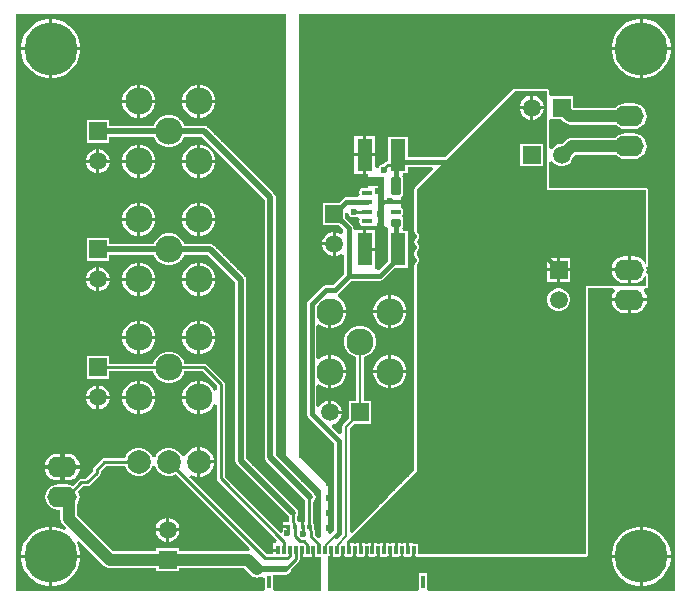
<source format=gtl>
G04*
G04 #@! TF.GenerationSoftware,Altium Limited,Altium Designer,25.0.2 (28)*
G04*
G04 Layer_Physical_Order=1*
G04 Layer_Color=255*
%FSLAX44Y44*%
%MOMM*%
G71*
G04*
G04 #@! TF.SameCoordinates,03372A04-C462-4CF8-ACA0-C5B6D0AAF50A*
G04*
G04*
G04 #@! TF.FilePolarity,Positive*
G04*
G01*
G75*
%ADD11C,0.2500*%
%ADD13C,0.2000*%
%ADD15R,0.3000X0.7000*%
%ADD16R,0.3000X1.0000*%
%ADD17R,0.3500X0.3500*%
%ADD18R,1.3000X2.7000*%
%ADD19C,4.5000*%
%ADD20O,2.5000X1.7500*%
%ADD21R,1.5200X1.5200*%
%ADD22C,1.5200*%
%ADD23C,2.3000*%
%ADD24R,1.5200X1.5200*%
%ADD25C,2.0000*%
%ADD26C,0.6497*%
G04:AMPARAMS|DCode=27|XSize=0.85mm|YSize=0.4mm|CornerRadius=0.1mm|HoleSize=0mm|Usage=FLASHONLY|Rotation=180.000|XOffset=0mm|YOffset=0mm|HoleType=Round|Shape=RoundedRectangle|*
%AMROUNDEDRECTD27*
21,1,0.8500,0.2000,0,0,180.0*
21,1,0.6500,0.4000,0,0,180.0*
1,1,0.2000,-0.3250,0.1000*
1,1,0.2000,0.3250,0.1000*
1,1,0.2000,0.3250,-0.1000*
1,1,0.2000,-0.3250,-0.1000*
%
%ADD27ROUNDEDRECTD27*%
G04:AMPARAMS|DCode=28|XSize=0.85mm|YSize=1.5mm|CornerRadius=0.102mm|HoleSize=0mm|Usage=FLASHONLY|Rotation=180.000|XOffset=0mm|YOffset=0mm|HoleType=Round|Shape=RoundedRectangle|*
%AMROUNDEDRECTD28*
21,1,0.8500,1.2960,0,0,180.0*
21,1,0.6460,1.5000,0,0,180.0*
1,1,0.2040,-0.3230,0.6480*
1,1,0.2040,0.3230,0.6480*
1,1,0.2040,0.3230,-0.6480*
1,1,0.2040,-0.3230,-0.6480*
%
%ADD28ROUNDEDRECTD28*%
G04:AMPARAMS|DCode=29|XSize=0.85mm|YSize=0.7mm|CornerRadius=0.1015mm|HoleSize=0mm|Usage=FLASHONLY|Rotation=180.000|XOffset=0mm|YOffset=0mm|HoleType=Round|Shape=RoundedRectangle|*
%AMROUNDEDRECTD29*
21,1,0.8500,0.4970,0,0,180.0*
21,1,0.6470,0.7000,0,0,180.0*
1,1,0.2030,-0.3235,0.2485*
1,1,0.2030,0.3235,0.2485*
1,1,0.2030,0.3235,-0.2485*
1,1,0.2030,-0.3235,-0.2485*
%
%ADD29ROUNDEDRECTD29*%
%ADD30C,0.4000*%
%ADD31C,1.0000*%
%ADD32C,0.5000*%
%ADD33C,0.6000*%
G36*
X558918Y1082D02*
X351123D01*
X348900Y1750D01*
X348900Y3582D01*
Y15750D01*
X341900D01*
Y3582D01*
X341900Y1750D01*
X339677Y1082D01*
X265000D01*
Y29250D01*
X266250D01*
Y35250D01*
X268750D01*
Y29250D01*
X271500D01*
Y29250D01*
X273500D01*
Y29250D01*
X276250D01*
Y35250D01*
X278750D01*
Y29250D01*
X281500D01*
Y29250D01*
X283500D01*
Y29250D01*
X286250D01*
Y35250D01*
X288750D01*
Y29250D01*
X291500D01*
Y29250D01*
X293500D01*
Y29250D01*
X296250D01*
Y35250D01*
X298750D01*
Y29250D01*
X301500D01*
Y29250D01*
X303500D01*
Y29250D01*
X306250D01*
Y35250D01*
X308750D01*
Y29250D01*
X311500D01*
Y29250D01*
X313500D01*
Y29250D01*
X316250D01*
Y35250D01*
X318750D01*
Y29250D01*
X321500D01*
Y29250D01*
X323500D01*
Y29250D01*
X326250D01*
Y35250D01*
X328750D01*
Y29250D01*
X331500D01*
Y29250D01*
X333500D01*
Y29250D01*
X336250D01*
Y35250D01*
X338750D01*
Y29250D01*
X341500D01*
Y29711D01*
X483000D01*
X483780Y29866D01*
X484442Y30308D01*
X484884Y30970D01*
X485039Y31750D01*
Y256961D01*
X506443D01*
X507564Y254461D01*
X506423Y252973D01*
X505289Y250237D01*
X505067Y248550D01*
X520000D01*
X534933D01*
X534710Y250237D01*
X533577Y252973D01*
X532436Y254461D01*
X533557Y256961D01*
X534000D01*
X534780Y257116D01*
X535442Y257558D01*
X535884Y258220D01*
X536039Y259000D01*
Y267961D01*
X535884Y268741D01*
X535884Y268741D01*
X535866Y268785D01*
X535424Y269446D01*
X534762Y269888D01*
X534236Y269993D01*
X534593Y272700D01*
X534242Y275361D01*
X534780Y275468D01*
X535442Y275910D01*
X535884Y276572D01*
X536039Y277352D01*
X536039Y339935D01*
X536039Y339936D01*
X536039Y339936D01*
X535884Y340716D01*
X535884Y340716D01*
Y340716D01*
X535717Y340966D01*
X535442Y341377D01*
X535442Y341378D01*
X535442Y341378D01*
X534781Y341820D01*
X534780Y341820D01*
X534780Y341820D01*
X534625Y341884D01*
X534625Y341884D01*
X534625D01*
X534625Y341884D01*
X534614Y341886D01*
X534571Y341895D01*
X534155Y341977D01*
X533845Y342039D01*
X533845Y342039D01*
X533845Y342039D01*
X452039D01*
Y364265D01*
X454539Y364935D01*
X455018Y364105D01*
X456805Y362318D01*
X458994Y361054D01*
X461436Y360400D01*
X463964D01*
X466405Y361054D01*
X468595Y362318D01*
X470382Y364105D01*
X471646Y366295D01*
X472198Y368355D01*
X474082Y370240D01*
X508118D01*
X508583Y369633D01*
X510829Y367910D01*
X513444Y366827D01*
X516250Y366457D01*
X523750D01*
X526556Y366827D01*
X529171Y367910D01*
X531417Y369633D01*
X533140Y371879D01*
X534223Y374494D01*
X534593Y377300D01*
X534223Y380106D01*
X533140Y382721D01*
X531417Y384967D01*
X529171Y386690D01*
X526556Y387773D01*
X523750Y388143D01*
X516250D01*
X513444Y387773D01*
X510829Y386690D01*
X508583Y384967D01*
X508118Y384360D01*
X471158D01*
X469330Y384120D01*
X467628Y383414D01*
X466165Y382292D01*
X463473Y379600D01*
X461436D01*
X458994Y378946D01*
X456805Y377682D01*
X455018Y375895D01*
X454539Y375065D01*
X452039Y375735D01*
Y398339D01*
X453100Y400400D01*
X454539Y400400D01*
X462315D01*
X465008Y397707D01*
X466470Y396586D01*
X468173Y395880D01*
X470000Y395640D01*
X508118D01*
X508583Y395033D01*
X510829Y393310D01*
X513444Y392227D01*
X516250Y391857D01*
X523750D01*
X526556Y392227D01*
X529171Y393310D01*
X531417Y395033D01*
X533140Y397279D01*
X534223Y399894D01*
X534593Y402700D01*
X534223Y405506D01*
X533140Y408121D01*
X531417Y410367D01*
X529171Y412090D01*
X526556Y413173D01*
X523750Y413543D01*
X516250D01*
X513444Y413173D01*
X510829Y412090D01*
X508583Y410367D01*
X508118Y409760D01*
X472924D01*
X472300Y410385D01*
Y419600D01*
X454539D01*
X453100Y419600D01*
X452039Y421660D01*
Y424000D01*
X451884Y424780D01*
X451442Y425442D01*
X450780Y425884D01*
X450000Y426039D01*
X423000D01*
X423000Y426039D01*
X422220Y425884D01*
X421558Y425442D01*
X421558Y425442D01*
X364194Y368078D01*
X332500D01*
Y385500D01*
X315500D01*
Y364528D01*
X315215D01*
X313946Y364276D01*
X312871Y363558D01*
X311314Y362000D01*
X311005D01*
X309168Y361239D01*
X307761Y359832D01*
X307500Y359202D01*
X305000Y359699D01*
Y368750D01*
X297250D01*
Y354000D01*
X299000D01*
Y351000D01*
X311500Y351000D01*
X311500Y351000D01*
X311699D01*
X312066Y350848D01*
X312348Y350566D01*
X312500Y350199D01*
Y350000D01*
X312500Y333000D01*
X312519Y332805D01*
X312668Y332444D01*
X312945Y332169D01*
X313305Y332019D01*
X313500Y332000D01*
X325500D01*
Y332000D01*
X325699D01*
X326067Y331848D01*
X326348Y331566D01*
X326500Y331199D01*
Y331000D01*
Y329000D01*
Y328801D01*
X326348Y328434D01*
X326067Y328152D01*
X325699Y328000D01*
X313500D01*
Y328000D01*
X313305Y327981D01*
X312944Y327831D01*
X312668Y327556D01*
X312519Y327195D01*
X312500Y327000D01*
Y310000D01*
X312942D01*
Y309451D01*
X312950Y309431D01*
Y309410D01*
X313026Y309226D01*
X313041Y309211D01*
X313050Y309191D01*
X313190Y309050D01*
X313210Y309042D01*
X313225Y309027D01*
X313409Y308951D01*
X313431D01*
X313451Y308942D01*
X313550D01*
X313550Y308942D01*
X314577D01*
X315458Y308147D01*
X315530Y308000D01*
X315500Y305500D01*
X315500D01*
Y280268D01*
X307931Y272699D01*
X305161Y273392D01*
X305000Y274000D01*
X305000Y274247D01*
Y288750D01*
X296000D01*
Y290000D01*
X294750D01*
Y306000D01*
X287968Y306000D01*
X286449Y307623D01*
X286255Y308192D01*
X286037Y309292D01*
X285153Y310615D01*
X285152Y310615D01*
X279600Y316168D01*
Y320764D01*
X282000Y321005D01*
X282761Y319168D01*
X284168Y317761D01*
X286005Y317000D01*
X287994D01*
X289691Y317703D01*
X290122Y317511D01*
X291398Y316409D01*
X291649Y316042D01*
X291441Y315000D01*
Y313000D01*
X291674Y311829D01*
X292337Y310837D01*
X293330Y310174D01*
X294500Y309941D01*
X301000D01*
X301295Y310000D01*
X307500D01*
X307500Y343000D01*
X307500D01*
X307481Y343195D01*
X307332Y343555D01*
X307056Y343831D01*
X306695Y343981D01*
X306500Y344000D01*
X299000Y344000D01*
Y342059D01*
X294500D01*
X293330Y341826D01*
X292337Y341163D01*
X291674Y340171D01*
X291441Y339000D01*
Y337000D01*
X291525Y336578D01*
X290353Y334570D01*
X289837Y334078D01*
X280000D01*
X278439Y333768D01*
X277116Y332884D01*
X277116Y332884D01*
X273832Y329600D01*
X260400D01*
Y310400D01*
X273832D01*
X277734Y306499D01*
X277634Y304238D01*
X275385Y303154D01*
X273898Y304012D01*
X271330Y304700D01*
X271250D01*
Y294600D01*
Y284500D01*
X271330D01*
X273898Y285188D01*
X275690Y286223D01*
X277360Y285617D01*
X278190Y284971D01*
Y268958D01*
X268789Y259557D01*
X262758D01*
X261198Y259247D01*
X259874Y258363D01*
X259874Y258362D01*
X248084Y246572D01*
X247200Y245249D01*
X246890Y243689D01*
X246890Y243688D01*
Y150963D01*
X246890Y150963D01*
X247200Y149403D01*
X248084Y148080D01*
X269922Y126242D01*
Y51939D01*
X268488Y50505D01*
X267604Y49182D01*
X265125Y49533D01*
X265000Y49585D01*
Y90000D01*
X240000Y115000D01*
Y488918D01*
X558918D01*
Y1082D01*
D02*
G37*
G36*
X450000Y340000D02*
X533845D01*
X534000Y339936D01*
Y277352D01*
X533577Y278374D01*
X531774Y280724D01*
X529423Y282527D01*
X526687Y283660D01*
X523750Y284047D01*
X521250D01*
Y272700D01*
Y261353D01*
X523750D01*
X526687Y261740D01*
X529423Y262873D01*
X531774Y264676D01*
X533577Y267026D01*
X533982Y268004D01*
X534000Y267961D01*
Y259000D01*
X483000D01*
Y31750D01*
X341000D01*
Y40750D01*
X336500D01*
Y41250D01*
X333750D01*
Y35250D01*
X331250D01*
Y41250D01*
X328500D01*
Y40750D01*
X326500D01*
Y41250D01*
X323750D01*
Y35250D01*
X321250D01*
Y41250D01*
X318500D01*
Y40750D01*
X316500D01*
Y41250D01*
X313750D01*
Y35250D01*
X311250D01*
Y41250D01*
X308500D01*
Y40750D01*
X306500D01*
Y41250D01*
X303750D01*
Y35250D01*
X301250D01*
Y41250D01*
X298500D01*
Y40750D01*
X296500D01*
Y41250D01*
X293750D01*
Y35250D01*
X291250D01*
Y41250D01*
X288500D01*
Y40750D01*
X286500D01*
Y41250D01*
X283750D01*
Y35250D01*
X281250D01*
Y41250D01*
X281000D01*
Y43000D01*
X291499Y53499D01*
X291689Y53578D01*
X293096Y54984D01*
X293175Y55175D01*
X295342Y57342D01*
X297510Y59510D01*
X297700Y59588D01*
X299106Y60995D01*
X299185Y61185D01*
X303520Y65520D01*
X303710Y65599D01*
X305117Y67005D01*
X305196Y67196D01*
X307363Y69363D01*
X309530Y71530D01*
X309721Y71609D01*
X311127Y73016D01*
X311206Y73206D01*
X315541Y77541D01*
X315731Y77620D01*
X317138Y79026D01*
X317216Y79216D01*
X319384Y81384D01*
X321551Y83551D01*
X321741Y83630D01*
X323148Y85036D01*
X323227Y85227D01*
X327561Y89562D01*
X327752Y89640D01*
X329158Y91047D01*
X329237Y91237D01*
X333572Y95572D01*
X333762Y95651D01*
X335169Y97057D01*
X335248Y97248D01*
X340000Y102000D01*
Y276929D01*
X341239Y278168D01*
X342000Y280005D01*
Y281995D01*
X341239Y283832D01*
X340000Y285071D01*
Y287929D01*
X341239Y289168D01*
X342000Y291005D01*
Y292995D01*
X341239Y294832D01*
X340000Y296071D01*
Y296929D01*
X341239Y298168D01*
X342000Y300005D01*
Y301994D01*
X341239Y303832D01*
X340000Y305071D01*
Y341000D01*
X423000Y424000D01*
X450000D01*
Y340000D01*
D02*
G37*
G36*
X353728Y357612D02*
X338558Y342442D01*
X338116Y341780D01*
X337961Y341000D01*
Y305071D01*
X338116Y304291D01*
X338558Y303629D01*
X339510Y302677D01*
X339961Y301589D01*
Y300411D01*
X339510Y299323D01*
X338558Y298371D01*
X338116Y297709D01*
X337961Y296929D01*
Y296071D01*
X338116Y295291D01*
X338558Y294629D01*
X339510Y293677D01*
X339961Y292589D01*
Y291411D01*
X339510Y290323D01*
X338558Y289371D01*
X338116Y288709D01*
X337961Y287929D01*
Y285071D01*
X338116Y284291D01*
X338558Y283629D01*
X339510Y282677D01*
X339961Y281589D01*
Y280411D01*
X339510Y279323D01*
X338558Y278371D01*
X338116Y277709D01*
X337961Y276929D01*
Y102845D01*
X333806Y98689D01*
X333581Y98354D01*
X332466Y97238D01*
X332130Y97014D01*
X327795Y92679D01*
X327571Y92343D01*
X326455Y91228D01*
X326120Y91004D01*
X321785Y86669D01*
X321560Y86333D01*
X320445Y85218D01*
X320109Y84993D01*
X315774Y80658D01*
X315550Y80322D01*
X314435Y79207D01*
X314099Y78983D01*
X309764Y74648D01*
X309540Y74312D01*
X308424Y73197D01*
X308088Y72972D01*
X308088Y72972D01*
X303754Y68637D01*
X303529Y68302D01*
X302414Y67186D01*
X302078Y66962D01*
X297743Y62627D01*
X297519Y62291D01*
X296404Y61176D01*
X296068Y60951D01*
X291733Y56617D01*
X291509Y56281D01*
X290393Y55166D01*
X290057Y54941D01*
X290057Y54941D01*
X285368Y50252D01*
X283059Y51209D01*
Y138733D01*
X286594Y142268D01*
X301468D01*
Y161468D01*
X294927D01*
Y198712D01*
X297079Y199288D01*
X300158Y201066D01*
X302671Y203579D01*
X304448Y206657D01*
X305368Y210091D01*
Y213646D01*
X304448Y217079D01*
X302671Y220157D01*
X300158Y222671D01*
X297079Y224448D01*
X293646Y225368D01*
X290091D01*
X286658Y224448D01*
X283579Y222671D01*
X281066Y220157D01*
X279288Y217079D01*
X278368Y213646D01*
Y210091D01*
X279288Y206657D01*
X281066Y203579D01*
X283579Y201066D01*
X286658Y199288D01*
X288810Y198712D01*
Y161468D01*
X282268D01*
Y146594D01*
X277837Y142163D01*
X277174Y141171D01*
X276941Y140000D01*
X276941Y140000D01*
Y134294D01*
X274441Y133258D01*
X268331Y139368D01*
X269114Y142121D01*
X270367Y142457D01*
X272670Y143786D01*
X274550Y145667D01*
X275880Y147970D01*
X276568Y150539D01*
Y150618D01*
X266468D01*
Y151868D01*
X265218D01*
Y161968D01*
X265139D01*
X262570Y161280D01*
X260267Y159950D01*
X258386Y158070D01*
X257547Y156615D01*
X255047Y157285D01*
Y174555D01*
X257547Y175591D01*
X257872Y175266D01*
X261064Y173422D01*
X264625Y172468D01*
X265218D01*
Y186468D01*
Y200468D01*
X264625D01*
X261064Y199514D01*
X257872Y197671D01*
X257547Y197346D01*
X255047Y198381D01*
Y225355D01*
X257547Y226391D01*
X257872Y226066D01*
X261064Y224222D01*
X264625Y223268D01*
X265218D01*
Y237268D01*
X266468D01*
Y238518D01*
X280468D01*
Y239111D01*
X279514Y242672D01*
X277671Y245865D01*
X275065Y248471D01*
X273150Y249577D01*
X273158Y252458D01*
X273363Y252595D01*
X284358Y263591D01*
X308669D01*
X308669Y263591D01*
X310230Y263901D01*
X311553Y264785D01*
X321268Y274500D01*
X332500D01*
Y305500D01*
X328655D01*
X327949Y307160D01*
X327765Y308000D01*
X328325Y308839D01*
X328559Y310015D01*
Y314985D01*
X328325Y316161D01*
X328242Y316286D01*
X327663Y318837D01*
X328326Y319830D01*
X328559Y321000D01*
Y323000D01*
X328326Y324170D01*
X327663Y325163D01*
X327000Y325606D01*
Y334403D01*
X327657Y334843D01*
X328325Y335842D01*
X328559Y337020D01*
Y349980D01*
X328325Y351158D01*
X327762Y352000D01*
X327945Y352835D01*
X328651Y354500D01*
X332500D01*
Y359922D01*
X352771D01*
X353728Y357612D01*
D02*
G37*
G36*
X229000Y116000D02*
X259000Y86000D01*
Y46299D01*
X256690Y45342D01*
X253564Y48469D01*
Y51589D01*
X253311Y52857D01*
X252593Y53932D01*
X252564Y53961D01*
Y54237D01*
X253061Y54982D01*
X253314Y56250D01*
X253061Y57518D01*
X252500Y58358D01*
Y58750D01*
X252108D01*
X252064Y58780D01*
Y75967D01*
X253244Y76756D01*
X254239Y78244D01*
X254588Y80000D01*
X254239Y81756D01*
X253244Y83244D01*
X220588Y115900D01*
Y334000D01*
X220239Y335756D01*
X219244Y337244D01*
X163244Y393244D01*
X161756Y394239D01*
X160000Y394588D01*
X142747D01*
X142580Y395211D01*
X140803Y398289D01*
X138289Y400803D01*
X135211Y402580D01*
X131777Y403500D01*
X128223D01*
X124789Y402580D01*
X121711Y400803D01*
X119197Y398289D01*
X117420Y395211D01*
X117253Y394588D01*
X79600D01*
Y399600D01*
X60400D01*
Y380400D01*
X79600D01*
Y385412D01*
X117253D01*
X117420Y384789D01*
X119197Y381711D01*
X121711Y379197D01*
X124789Y377420D01*
X128223Y376500D01*
X131777D01*
X135211Y377420D01*
X138289Y379197D01*
X140803Y381711D01*
X142580Y384789D01*
X142747Y385412D01*
X158099D01*
X211412Y332099D01*
Y114000D01*
X211761Y112244D01*
X212756Y110756D01*
X245436Y78075D01*
Y59250D01*
X244500D01*
Y55000D01*
X242000D01*
Y59250D01*
X239334D01*
X239311Y59364D01*
X238593Y60439D01*
X238314Y60719D01*
Y63860D01*
X239239Y65244D01*
X239588Y67000D01*
X239239Y68756D01*
X238244Y70244D01*
X195588Y112900D01*
Y264000D01*
X195239Y265756D01*
X194244Y267244D01*
X168244Y293244D01*
X166756Y294239D01*
X165000Y294588D01*
X142747D01*
X142580Y295211D01*
X140803Y298289D01*
X138289Y300803D01*
X135211Y302580D01*
X131777Y303500D01*
X128223D01*
X124789Y302580D01*
X121711Y300803D01*
X119197Y298289D01*
X117420Y295211D01*
X117253Y294588D01*
X79600D01*
Y299600D01*
X60400D01*
Y280400D01*
X79600D01*
Y285412D01*
X117253D01*
X117420Y284789D01*
X119197Y281711D01*
X121711Y279197D01*
X124789Y277420D01*
X128223Y276500D01*
X131777D01*
X135211Y277420D01*
X138289Y279197D01*
X140803Y281711D01*
X142580Y284789D01*
X142747Y285412D01*
X163099D01*
X186412Y262099D01*
Y111000D01*
X186761Y109244D01*
X187756Y107756D01*
X231686Y63825D01*
Y59346D01*
X231607Y59250D01*
X227000D01*
Y56250D01*
X231250D01*
Y53750D01*
X227000D01*
Y51222D01*
X224899Y49788D01*
X177314Y97373D01*
Y176000D01*
X177061Y177268D01*
X176343Y178343D01*
X162343Y192343D01*
X161268Y193061D01*
X160000Y193314D01*
X143088D01*
X142580Y195211D01*
X140803Y198289D01*
X138289Y200803D01*
X135211Y202580D01*
X131777Y203500D01*
X128223D01*
X124789Y202580D01*
X121711Y200803D01*
X119197Y198289D01*
X117420Y195211D01*
X116912Y193314D01*
X79600D01*
Y199600D01*
X60400D01*
Y180400D01*
X79600D01*
Y186686D01*
X116912D01*
X117420Y184789D01*
X119197Y181711D01*
X121711Y179197D01*
X124789Y177420D01*
X128223Y176500D01*
X131777D01*
X135211Y177420D01*
X138289Y179197D01*
X140803Y181711D01*
X142580Y184789D01*
X143088Y186686D01*
X158627D01*
X170686Y174627D01*
Y170878D01*
X170029Y170621D01*
X168186Y170453D01*
X166603Y173196D01*
X163996Y175803D01*
X160804Y177646D01*
X157243Y178600D01*
X156650D01*
Y164600D01*
Y150600D01*
X157243D01*
X160804Y151554D01*
X163996Y153397D01*
X166603Y156004D01*
X168186Y158747D01*
X170029Y158579D01*
X170686Y158322D01*
Y96000D01*
X170939Y94732D01*
X171657Y93657D01*
X221754Y43560D01*
X220797Y41250D01*
X218500D01*
Y36500D01*
X222500D01*
Y34000D01*
X218500D01*
Y31814D01*
X212873D01*
X147371Y97315D01*
X148906Y99315D01*
X150575Y98352D01*
X153754Y97500D01*
X154150D01*
Y110000D01*
Y122500D01*
X153754D01*
X150575Y121648D01*
X147725Y120002D01*
X145398Y117675D01*
X143752Y114825D01*
X143735Y114763D01*
X141441Y114645D01*
X141134Y114715D01*
X139602Y117368D01*
X137368Y119602D01*
X134632Y121182D01*
X131580Y122000D01*
X128420D01*
X125368Y121182D01*
X122632Y119602D01*
X120398Y117368D01*
X118818Y114632D01*
X118594Y113797D01*
X116006D01*
X115782Y114632D01*
X114202Y117368D01*
X111968Y119602D01*
X109232Y121182D01*
X106180Y122000D01*
X103020D01*
X99968Y121182D01*
X97232Y119602D01*
X94998Y117368D01*
X93418Y114632D01*
X93065Y113314D01*
X75461D01*
X74193Y113061D01*
X73118Y112343D01*
X66707Y105932D01*
X65988Y104857D01*
X65736Y103589D01*
Y102283D01*
X59432Y95979D01*
X56116D01*
X54847Y95727D01*
X53772Y95009D01*
X48664Y89900D01*
X46556Y90773D01*
X43750Y91143D01*
X36250D01*
X33444Y90773D01*
X30829Y89690D01*
X28583Y87967D01*
X26860Y85721D01*
X25777Y83106D01*
X25407Y80300D01*
X25777Y77494D01*
X26860Y74879D01*
X28583Y72633D01*
X30829Y70910D01*
X33444Y69827D01*
X36250Y69457D01*
X38125D01*
Y62115D01*
X38365Y60288D01*
X39071Y58585D01*
X40193Y57123D01*
X43045Y54270D01*
X41842Y52155D01*
X37292Y54039D01*
X32462Y55000D01*
X31250D01*
Y31250D01*
X55000D01*
Y32462D01*
X54039Y37292D01*
X52155Y41842D01*
X54270Y43045D01*
X75008Y22308D01*
X76470Y21186D01*
X78173Y20480D01*
X80000Y20240D01*
X119400D01*
Y17700D01*
X138600D01*
Y20240D01*
X193776D01*
X200008Y14008D01*
X201470Y12886D01*
X203173Y12180D01*
X205000Y11940D01*
X206827Y12180D01*
X208530Y12886D01*
X208600Y12939D01*
X211100Y11706D01*
Y1750D01*
X208877Y1082D01*
X1082D01*
Y488918D01*
X229000D01*
Y116000D01*
D02*
G37*
G36*
X93418Y105368D02*
X94998Y102632D01*
X97232Y100398D01*
X99968Y98818D01*
X103020Y98000D01*
X106180D01*
X109232Y98818D01*
X111968Y100398D01*
X114202Y102632D01*
X115782Y105368D01*
X116006Y106203D01*
X118594D01*
X118818Y105368D01*
X120398Y102632D01*
X122632Y100398D01*
X125368Y98818D01*
X128420Y98000D01*
X131580D01*
X134632Y98818D01*
X135814Y99500D01*
X198694Y36619D01*
X197527Y34251D01*
X196700Y34360D01*
X138600D01*
Y36900D01*
X119400D01*
Y34360D01*
X82924D01*
X52245Y65040D01*
Y73713D01*
X53140Y74879D01*
X54223Y77494D01*
X54593Y80300D01*
X54223Y83106D01*
X53350Y85214D01*
X57488Y89352D01*
X60804D01*
X62072Y89604D01*
X63147Y90323D01*
X71393Y98568D01*
X72111Y99643D01*
X72363Y100911D01*
Y102216D01*
X76834Y106686D01*
X93065D01*
X93418Y105368D01*
D02*
G37*
G36*
X253750Y29250D02*
X256500D01*
Y29750D01*
X259000D01*
Y1082D01*
X220323D01*
X218100Y1750D01*
Y14412D01*
X229000D01*
X230756Y14761D01*
X232244Y15756D01*
X233239Y17244D01*
X233564Y18878D01*
X239843Y25157D01*
X240561Y26232D01*
X240814Y27500D01*
Y29250D01*
X241250D01*
Y35250D01*
X243750D01*
Y29250D01*
X246500D01*
Y29250D01*
X248500D01*
Y29250D01*
X251250D01*
Y35250D01*
X253750D01*
Y29250D01*
D02*
G37*
%LPC*%
G36*
X532462Y485000D02*
X531250D01*
Y461250D01*
X555000D01*
Y462462D01*
X554039Y467292D01*
X552155Y471842D01*
X549419Y475937D01*
X545937Y479419D01*
X541842Y482155D01*
X537292Y484039D01*
X532462Y485000D01*
D02*
G37*
G36*
X528750D02*
X527538D01*
X522708Y484039D01*
X518158Y482155D01*
X514063Y479419D01*
X510581Y475937D01*
X507845Y471842D01*
X505961Y467292D01*
X505000Y462462D01*
Y461250D01*
X528750D01*
Y485000D01*
D02*
G37*
G36*
X555000Y458750D02*
X531250D01*
Y435000D01*
X532462D01*
X537292Y435961D01*
X541842Y437845D01*
X545937Y440581D01*
X549419Y444063D01*
X552155Y448158D01*
X554039Y452708D01*
X555000Y457538D01*
Y458750D01*
D02*
G37*
G36*
X528750D02*
X505000D01*
Y457538D01*
X505961Y452708D01*
X507845Y448158D01*
X510581Y444063D01*
X514063Y440581D01*
X518158Y437845D01*
X522708Y435961D01*
X527538Y435000D01*
X528750D01*
Y458750D01*
D02*
G37*
G36*
X305000Y386000D02*
X297250D01*
Y371250D01*
X305000D01*
Y386000D01*
D02*
G37*
G36*
X294750D02*
X287000D01*
Y371250D01*
X294750D01*
Y386000D01*
D02*
G37*
G36*
Y368750D02*
X287000D01*
Y354000D01*
X294750D01*
Y368750D01*
D02*
G37*
G36*
X268750Y304700D02*
X268670D01*
X266102Y304012D01*
X263799Y302682D01*
X261918Y300802D01*
X260588Y298498D01*
X259900Y295930D01*
Y295850D01*
X268750D01*
Y304700D01*
D02*
G37*
G36*
X297250Y306000D02*
Y291250D01*
X305000D01*
Y306000D01*
X297250D01*
D02*
G37*
G36*
X268750Y293350D02*
X259900D01*
Y293270D01*
X260588Y290702D01*
X261918Y288398D01*
X263799Y286518D01*
X266102Y285188D01*
X268670Y284500D01*
X268750D01*
Y293350D01*
D02*
G37*
G36*
X534933Y246050D02*
X521250D01*
Y235953D01*
X523750D01*
X526687Y236340D01*
X529423Y237473D01*
X531774Y239276D01*
X533577Y241626D01*
X534710Y244363D01*
X534933Y246050D01*
D02*
G37*
G36*
X518750D02*
X505067D01*
X505289Y244363D01*
X506423Y241626D01*
X508226Y239276D01*
X510576Y237473D01*
X513313Y236340D01*
X516250Y235953D01*
X518750D01*
Y246050D01*
D02*
G37*
G36*
X532462Y55000D02*
X531250D01*
Y31250D01*
X555000D01*
Y32462D01*
X554039Y37292D01*
X552155Y41842D01*
X549419Y45937D01*
X545937Y49419D01*
X541842Y52155D01*
X537292Y54039D01*
X532462Y55000D01*
D02*
G37*
G36*
X528750D02*
X527538D01*
X522708Y54039D01*
X518158Y52155D01*
X514063Y49419D01*
X510581Y45937D01*
X507845Y41842D01*
X505961Y37292D01*
X505000Y32462D01*
Y31250D01*
X528750D01*
Y55000D01*
D02*
G37*
G36*
X555000Y28750D02*
X531250D01*
Y5000D01*
X532462D01*
X537292Y5961D01*
X541842Y7845D01*
X545937Y10581D01*
X549419Y14063D01*
X552155Y18158D01*
X554039Y22708D01*
X555000Y27538D01*
Y28750D01*
D02*
G37*
G36*
X528750D02*
X505000D01*
Y27538D01*
X505961Y22708D01*
X507845Y18158D01*
X510581Y14063D01*
X514063Y10581D01*
X518158Y7845D01*
X522708Y5961D01*
X527538Y5000D01*
X528750D01*
Y28750D01*
D02*
G37*
G36*
X438630Y420100D02*
X438550D01*
Y411250D01*
X447400D01*
Y411330D01*
X446712Y413898D01*
X445382Y416202D01*
X443502Y418082D01*
X441198Y419412D01*
X438630Y420100D01*
D02*
G37*
G36*
X436050D02*
X435970D01*
X433401Y419412D01*
X431099Y418082D01*
X429218Y416202D01*
X427888Y413898D01*
X427200Y411330D01*
Y411250D01*
X436050D01*
Y420100D01*
D02*
G37*
G36*
X447400Y408750D02*
X438550D01*
Y399900D01*
X438630D01*
X441198Y400588D01*
X443502Y401918D01*
X445382Y403798D01*
X446712Y406101D01*
X447400Y408670D01*
Y408750D01*
D02*
G37*
G36*
X436050D02*
X427200D01*
Y408670D01*
X427888Y406101D01*
X429218Y403798D01*
X431099Y401918D01*
X433401Y400588D01*
X435970Y399900D01*
X436050D01*
Y408750D01*
D02*
G37*
G36*
X446900Y379600D02*
X427700D01*
Y360400D01*
X446900D01*
Y379600D01*
D02*
G37*
G36*
X470100Y282800D02*
X461250D01*
Y273950D01*
X470100D01*
Y282800D01*
D02*
G37*
G36*
X458750D02*
X449900D01*
Y273950D01*
X458750D01*
Y282800D01*
D02*
G37*
G36*
X518750Y284047D02*
X516250D01*
X513313Y283660D01*
X510576Y282527D01*
X508226Y280724D01*
X506423Y278374D01*
X505289Y275637D01*
X505067Y273950D01*
X518750D01*
Y284047D01*
D02*
G37*
G36*
X470100Y271450D02*
X461250D01*
Y262600D01*
X470100D01*
Y271450D01*
D02*
G37*
G36*
X458750D02*
X449900D01*
Y262600D01*
X458750D01*
Y271450D01*
D02*
G37*
G36*
X518750Y271450D02*
X505067D01*
X505289Y269763D01*
X506423Y267026D01*
X508226Y264676D01*
X510576Y262873D01*
X513313Y261740D01*
X516250Y261353D01*
X518750D01*
Y271450D01*
D02*
G37*
G36*
X461264Y256900D02*
X458736D01*
X456295Y256246D01*
X454105Y254982D01*
X452318Y253195D01*
X451054Y251005D01*
X450400Y248564D01*
Y246036D01*
X451054Y243594D01*
X452318Y241406D01*
X454105Y239618D01*
X456295Y238354D01*
X458736Y237700D01*
X461264D01*
X463705Y238354D01*
X465895Y239618D01*
X467682Y241406D01*
X468946Y243594D01*
X469600Y246036D01*
Y248564D01*
X468946Y251005D01*
X467682Y253195D01*
X465895Y254982D01*
X463705Y256246D01*
X461264Y256900D01*
D02*
G37*
G36*
X319111Y251268D02*
X318518D01*
Y238518D01*
X331268D01*
Y239111D01*
X330314Y242672D01*
X328471Y245865D01*
X325864Y248471D01*
X322672Y250314D01*
X319111Y251268D01*
D02*
G37*
G36*
X316018D02*
X315425D01*
X311864Y250314D01*
X308672Y248471D01*
X306066Y245865D01*
X304222Y242672D01*
X303268Y239111D01*
Y238518D01*
X316018D01*
Y251268D01*
D02*
G37*
G36*
X331268Y236018D02*
X318518D01*
Y223268D01*
X319111D01*
X322672Y224222D01*
X325864Y226066D01*
X328471Y228672D01*
X330314Y231864D01*
X331268Y235425D01*
Y236018D01*
D02*
G37*
G36*
X316018D02*
X303268D01*
Y235425D01*
X304222Y231864D01*
X306066Y228672D01*
X308672Y226066D01*
X311864Y224222D01*
X315425Y223268D01*
X316018D01*
Y236018D01*
D02*
G37*
G36*
X280468D02*
X267718D01*
Y223268D01*
X268311D01*
X271872Y224222D01*
X275065Y226066D01*
X277671Y228672D01*
X279514Y231864D01*
X280468Y235425D01*
Y236018D01*
D02*
G37*
G36*
X319111Y200468D02*
X318518D01*
Y187718D01*
X331268D01*
Y188311D01*
X330314Y191872D01*
X328471Y195065D01*
X325864Y197671D01*
X322672Y199514D01*
X319111Y200468D01*
D02*
G37*
G36*
X268311D02*
X267718D01*
Y187718D01*
X280468D01*
Y188311D01*
X279514Y191872D01*
X277671Y195065D01*
X275065Y197671D01*
X271872Y199514D01*
X268311Y200468D01*
D02*
G37*
G36*
X316018D02*
X315425D01*
X311864Y199514D01*
X308672Y197671D01*
X306066Y195065D01*
X304222Y191872D01*
X303268Y188311D01*
Y187718D01*
X316018D01*
Y200468D01*
D02*
G37*
G36*
X331268Y185218D02*
X318518D01*
Y172468D01*
X319111D01*
X322672Y173422D01*
X325864Y175266D01*
X328471Y177872D01*
X330314Y181064D01*
X331268Y184625D01*
Y185218D01*
D02*
G37*
G36*
X316018D02*
X303268D01*
Y184625D01*
X304222Y181064D01*
X306066Y177872D01*
X308672Y175266D01*
X311864Y173422D01*
X315425Y172468D01*
X316018D01*
Y185218D01*
D02*
G37*
G36*
X280468D02*
X267718D01*
Y172468D01*
X268311D01*
X271872Y173422D01*
X275065Y175266D01*
X277671Y177872D01*
X279514Y181064D01*
X280468Y184625D01*
Y185218D01*
D02*
G37*
G36*
X267798Y161968D02*
X267718D01*
Y153118D01*
X276568D01*
Y153198D01*
X275880Y155767D01*
X274550Y158070D01*
X272670Y159950D01*
X270367Y161280D01*
X267798Y161968D01*
D02*
G37*
G36*
X32462Y485000D02*
X31250D01*
Y461250D01*
X55000D01*
Y462462D01*
X54039Y467292D01*
X52155Y471842D01*
X49419Y475937D01*
X45937Y479419D01*
X41842Y482155D01*
X37292Y484039D01*
X32462Y485000D01*
D02*
G37*
G36*
X28750D02*
X27538D01*
X22708Y484039D01*
X18158Y482155D01*
X14063Y479419D01*
X10581Y475937D01*
X7845Y471842D01*
X5961Y467292D01*
X5000Y462462D01*
Y461250D01*
X28750D01*
Y485000D01*
D02*
G37*
G36*
X55000Y458750D02*
X31250D01*
Y435000D01*
X32462D01*
X37292Y435961D01*
X41842Y437845D01*
X45937Y440581D01*
X49419Y444063D01*
X52155Y448158D01*
X54039Y452708D01*
X55000Y457538D01*
Y458750D01*
D02*
G37*
G36*
X28750D02*
X5000D01*
Y457538D01*
X5961Y452708D01*
X7845Y448158D01*
X10581Y444063D01*
X14063Y440581D01*
X18158Y437845D01*
X22708Y435961D01*
X27538Y435000D01*
X28750D01*
Y458750D01*
D02*
G37*
G36*
X157243Y429400D02*
X156650D01*
Y416650D01*
X169400D01*
Y417243D01*
X168446Y420804D01*
X166603Y423996D01*
X163996Y426603D01*
X160804Y428446D01*
X157243Y429400D01*
D02*
G37*
G36*
X106443D02*
X105850D01*
Y416650D01*
X118600D01*
Y417243D01*
X117646Y420804D01*
X115803Y423996D01*
X113196Y426603D01*
X110004Y428446D01*
X106443Y429400D01*
D02*
G37*
G36*
X154150D02*
X153557D01*
X149996Y428446D01*
X146804Y426603D01*
X144197Y423996D01*
X142354Y420804D01*
X141400Y417243D01*
Y416650D01*
X154150D01*
Y429400D01*
D02*
G37*
G36*
X103350D02*
X102757D01*
X99196Y428446D01*
X96004Y426603D01*
X93397Y423996D01*
X91554Y420804D01*
X90600Y417243D01*
Y416650D01*
X103350D01*
Y429400D01*
D02*
G37*
G36*
X169400Y414150D02*
X156650D01*
Y401400D01*
X157243D01*
X160804Y402354D01*
X163996Y404197D01*
X166603Y406804D01*
X168446Y409996D01*
X169400Y413557D01*
Y414150D01*
D02*
G37*
G36*
X154150D02*
X141400D01*
Y413557D01*
X142354Y409996D01*
X144197Y406804D01*
X146804Y404197D01*
X149996Y402354D01*
X153557Y401400D01*
X154150D01*
Y414150D01*
D02*
G37*
G36*
X118600D02*
X105850D01*
Y401400D01*
X106443D01*
X110004Y402354D01*
X113196Y404197D01*
X115803Y406804D01*
X117646Y409996D01*
X118600Y413557D01*
Y414150D01*
D02*
G37*
G36*
X103350D02*
X90600D01*
Y413557D01*
X91554Y409996D01*
X93397Y406804D01*
X96004Y404197D01*
X99196Y402354D01*
X102757Y401400D01*
X103350D01*
Y414150D01*
D02*
G37*
G36*
X71330Y374700D02*
X71250D01*
Y365850D01*
X80100D01*
Y365930D01*
X79412Y368498D01*
X78082Y370802D01*
X76202Y372682D01*
X73898Y374012D01*
X71330Y374700D01*
D02*
G37*
G36*
X68750D02*
X68670D01*
X66101Y374012D01*
X63798Y372682D01*
X61918Y370802D01*
X60588Y368498D01*
X59900Y365930D01*
Y365850D01*
X68750D01*
Y374700D01*
D02*
G37*
G36*
X157243Y378600D02*
X156650D01*
Y365850D01*
X169400D01*
Y366443D01*
X168446Y370004D01*
X166603Y373196D01*
X163996Y375803D01*
X160804Y377646D01*
X157243Y378600D01*
D02*
G37*
G36*
X106443D02*
X105850D01*
Y365850D01*
X118600D01*
Y366443D01*
X117646Y370004D01*
X115803Y373196D01*
X113196Y375803D01*
X110004Y377646D01*
X106443Y378600D01*
D02*
G37*
G36*
X154150D02*
X153557D01*
X149996Y377646D01*
X146804Y375803D01*
X144197Y373196D01*
X142354Y370004D01*
X141400Y366443D01*
Y365850D01*
X154150D01*
Y378600D01*
D02*
G37*
G36*
X103350D02*
X102757D01*
X99196Y377646D01*
X96004Y375803D01*
X93397Y373196D01*
X91554Y370004D01*
X90600Y366443D01*
Y365850D01*
X103350D01*
Y378600D01*
D02*
G37*
G36*
X80100Y363350D02*
X71250D01*
Y354500D01*
X71330D01*
X73898Y355188D01*
X76202Y356518D01*
X78082Y358399D01*
X79412Y360702D01*
X80100Y363270D01*
Y363350D01*
D02*
G37*
G36*
X68750D02*
X59900D01*
Y363270D01*
X60588Y360702D01*
X61918Y358399D01*
X63798Y356518D01*
X66101Y355188D01*
X68670Y354500D01*
X68750D01*
Y363350D01*
D02*
G37*
G36*
X169400Y363350D02*
X156650D01*
Y350600D01*
X157243D01*
X160804Y351554D01*
X163996Y353397D01*
X166603Y356004D01*
X168446Y359196D01*
X169400Y362757D01*
Y363350D01*
D02*
G37*
G36*
X154150D02*
X141400D01*
Y362757D01*
X142354Y359196D01*
X144197Y356004D01*
X146804Y353397D01*
X149996Y351554D01*
X153557Y350600D01*
X154150D01*
Y363350D01*
D02*
G37*
G36*
X118600D02*
X105850D01*
Y350600D01*
X106443D01*
X110004Y351554D01*
X113196Y353397D01*
X115803Y356004D01*
X117646Y359196D01*
X118600Y362757D01*
Y363350D01*
D02*
G37*
G36*
X103350D02*
X90600D01*
Y362757D01*
X91554Y359196D01*
X93397Y356004D01*
X96004Y353397D01*
X99196Y351554D01*
X102757Y350600D01*
X103350D01*
Y363350D01*
D02*
G37*
G36*
X157243Y329400D02*
X156650D01*
Y316650D01*
X169400D01*
Y317243D01*
X168446Y320804D01*
X166603Y323996D01*
X163996Y326603D01*
X160804Y328446D01*
X157243Y329400D01*
D02*
G37*
G36*
X154150D02*
X153557D01*
X149996Y328446D01*
X146804Y326603D01*
X144197Y323996D01*
X142354Y320804D01*
X141400Y317243D01*
Y316650D01*
X154150D01*
Y329400D01*
D02*
G37*
G36*
X106443D02*
X105850D01*
Y316650D01*
X118600D01*
Y317243D01*
X117646Y320804D01*
X115803Y323996D01*
X113196Y326603D01*
X110004Y328446D01*
X106443Y329400D01*
D02*
G37*
G36*
X103350D02*
X102757D01*
X99196Y328446D01*
X96004Y326603D01*
X93397Y323996D01*
X91554Y320804D01*
X90600Y317243D01*
Y316650D01*
X103350D01*
Y329400D01*
D02*
G37*
G36*
X169400Y314150D02*
X156650D01*
Y301400D01*
X157243D01*
X160804Y302354D01*
X163996Y304197D01*
X166603Y306804D01*
X168446Y309996D01*
X169400Y313557D01*
Y314150D01*
D02*
G37*
G36*
X154150D02*
X141400D01*
Y313557D01*
X142354Y309996D01*
X144197Y306804D01*
X146804Y304197D01*
X149996Y302354D01*
X153557Y301400D01*
X154150D01*
Y314150D01*
D02*
G37*
G36*
X118600D02*
X105850D01*
Y301400D01*
X106443D01*
X110004Y302354D01*
X113196Y304197D01*
X115803Y306804D01*
X117646Y309996D01*
X118600Y313557D01*
Y314150D01*
D02*
G37*
G36*
X103350D02*
X90600D01*
Y313557D01*
X91554Y309996D01*
X93397Y306804D01*
X96004Y304197D01*
X99196Y302354D01*
X102757Y301400D01*
X103350D01*
Y314150D01*
D02*
G37*
G36*
X71330Y274700D02*
X71250D01*
Y265850D01*
X80100D01*
Y265930D01*
X79412Y268498D01*
X78082Y270802D01*
X76202Y272682D01*
X73899Y274012D01*
X71330Y274700D01*
D02*
G37*
G36*
X157243Y278600D02*
X156650D01*
Y265850D01*
X169400D01*
Y266443D01*
X168446Y270004D01*
X166603Y273196D01*
X163996Y275803D01*
X160804Y277646D01*
X157243Y278600D01*
D02*
G37*
G36*
X154150D02*
X153557D01*
X149996Y277646D01*
X146804Y275803D01*
X144197Y273196D01*
X142354Y270004D01*
X141400Y266443D01*
Y265850D01*
X154150D01*
Y278600D01*
D02*
G37*
G36*
X106443D02*
X105850D01*
Y265850D01*
X118600D01*
Y266443D01*
X117646Y270004D01*
X115803Y273196D01*
X113196Y275803D01*
X110004Y277646D01*
X106443Y278600D01*
D02*
G37*
G36*
X103350D02*
X102757D01*
X99196Y277646D01*
X96004Y275803D01*
X93397Y273196D01*
X91554Y270004D01*
X90600Y266443D01*
Y265850D01*
X103350D01*
Y278600D01*
D02*
G37*
G36*
X68750Y274700D02*
X68670D01*
X66102Y274012D01*
X63798Y272682D01*
X61918Y270802D01*
X60588Y268498D01*
X59900Y265930D01*
Y265850D01*
X68750D01*
Y274700D01*
D02*
G37*
G36*
X80100Y263350D02*
X71250D01*
Y254500D01*
X71330D01*
X73899Y255188D01*
X76202Y256518D01*
X78082Y258398D01*
X79412Y260702D01*
X80100Y263270D01*
Y263350D01*
D02*
G37*
G36*
X68750D02*
X59900D01*
Y263270D01*
X60588Y260702D01*
X61918Y258398D01*
X63798Y256518D01*
X66102Y255188D01*
X68670Y254500D01*
X68750D01*
Y263350D01*
D02*
G37*
G36*
X169400D02*
X156650D01*
Y250600D01*
X157243D01*
X160804Y251554D01*
X163996Y253397D01*
X166603Y256004D01*
X168446Y259196D01*
X169400Y262757D01*
Y263350D01*
D02*
G37*
G36*
X154150D02*
X141400D01*
Y262757D01*
X142354Y259196D01*
X144197Y256004D01*
X146804Y253397D01*
X149996Y251554D01*
X153557Y250600D01*
X154150D01*
Y263350D01*
D02*
G37*
G36*
X118600D02*
X105850D01*
Y250600D01*
X106443D01*
X110004Y251554D01*
X113196Y253397D01*
X115803Y256004D01*
X117646Y259196D01*
X118600Y262757D01*
Y263350D01*
D02*
G37*
G36*
X103350D02*
X90600D01*
Y262757D01*
X91554Y259196D01*
X93397Y256004D01*
X96004Y253397D01*
X99196Y251554D01*
X102757Y250600D01*
X103350D01*
Y263350D01*
D02*
G37*
G36*
X157243Y229400D02*
X156650D01*
Y216650D01*
X169400D01*
Y217243D01*
X168446Y220804D01*
X166603Y223996D01*
X163996Y226603D01*
X160804Y228446D01*
X157243Y229400D01*
D02*
G37*
G36*
X106443D02*
X105850D01*
Y216650D01*
X118600D01*
Y217243D01*
X117646Y220804D01*
X115803Y223996D01*
X113196Y226603D01*
X110004Y228446D01*
X106443Y229400D01*
D02*
G37*
G36*
X154150D02*
X153557D01*
X149996Y228446D01*
X146804Y226603D01*
X144197Y223996D01*
X142354Y220804D01*
X141400Y217243D01*
Y216650D01*
X154150D01*
Y229400D01*
D02*
G37*
G36*
X103350D02*
X102757D01*
X99196Y228446D01*
X96004Y226603D01*
X93397Y223996D01*
X91554Y220804D01*
X90600Y217243D01*
Y216650D01*
X103350D01*
Y229400D01*
D02*
G37*
G36*
X169400Y214150D02*
X156650D01*
Y201400D01*
X157243D01*
X160804Y202354D01*
X163996Y204197D01*
X166603Y206804D01*
X168446Y209996D01*
X169400Y213557D01*
Y214150D01*
D02*
G37*
G36*
X154150D02*
X141400D01*
Y213557D01*
X142354Y209996D01*
X144197Y206804D01*
X146804Y204197D01*
X149996Y202354D01*
X153557Y201400D01*
X154150D01*
Y214150D01*
D02*
G37*
G36*
X118600D02*
X105850D01*
Y201400D01*
X106443D01*
X110004Y202354D01*
X113196Y204197D01*
X115803Y206804D01*
X117646Y209996D01*
X118600Y213557D01*
Y214150D01*
D02*
G37*
G36*
X103350D02*
X90600D01*
Y213557D01*
X91554Y209996D01*
X93397Y206804D01*
X96004Y204197D01*
X99196Y202354D01*
X102757Y201400D01*
X103350D01*
Y214150D01*
D02*
G37*
G36*
X106443Y178600D02*
X105850D01*
Y165850D01*
X118600D01*
Y166443D01*
X117646Y170004D01*
X115803Y173196D01*
X113196Y175803D01*
X110004Y177646D01*
X106443Y178600D01*
D02*
G37*
G36*
X71330Y174700D02*
X71250D01*
Y165850D01*
X80100D01*
Y165930D01*
X79412Y168498D01*
X78082Y170802D01*
X76202Y172682D01*
X73899Y174012D01*
X71330Y174700D01*
D02*
G37*
G36*
X68750D02*
X68670D01*
X66102Y174012D01*
X63798Y172682D01*
X61918Y170802D01*
X60588Y168498D01*
X59900Y165930D01*
Y165850D01*
X68750D01*
Y174700D01*
D02*
G37*
G36*
X154150Y178600D02*
X153557D01*
X149996Y177646D01*
X146804Y175803D01*
X144197Y173196D01*
X142354Y170004D01*
X141400Y166443D01*
Y165850D01*
X154150D01*
Y178600D01*
D02*
G37*
G36*
X103350D02*
X102757D01*
X99196Y177646D01*
X96004Y175803D01*
X93397Y173196D01*
X91554Y170004D01*
X90600Y166443D01*
Y165850D01*
X103350D01*
Y178600D01*
D02*
G37*
G36*
X80100Y163350D02*
X71250D01*
Y154500D01*
X71330D01*
X73899Y155188D01*
X76202Y156518D01*
X78082Y158399D01*
X79412Y160702D01*
X80100Y163270D01*
Y163350D01*
D02*
G37*
G36*
X68750D02*
X59900D01*
Y163270D01*
X60588Y160702D01*
X61918Y158399D01*
X63798Y156518D01*
X66102Y155188D01*
X68670Y154500D01*
X68750D01*
Y163350D01*
D02*
G37*
G36*
X154150D02*
X141400D01*
Y162757D01*
X142354Y159196D01*
X144197Y156004D01*
X146804Y153397D01*
X149996Y151554D01*
X153557Y150600D01*
X154150D01*
Y163350D01*
D02*
G37*
G36*
X118600D02*
X105850D01*
Y150600D01*
X106443D01*
X110004Y151554D01*
X113196Y153397D01*
X115803Y156004D01*
X117646Y159196D01*
X118600Y162757D01*
Y163350D01*
D02*
G37*
G36*
X103350D02*
X90600D01*
Y162757D01*
X91554Y159196D01*
X93397Y156004D01*
X96004Y153397D01*
X99196Y151554D01*
X102757Y150600D01*
X103350D01*
Y163350D01*
D02*
G37*
G36*
X157046Y122500D02*
X156650D01*
Y111250D01*
X167900D01*
Y111646D01*
X167048Y114825D01*
X165403Y117675D01*
X163075Y120002D01*
X160225Y121648D01*
X157046Y122500D01*
D02*
G37*
G36*
X43750Y117047D02*
X42000D01*
Y107700D01*
X54834D01*
X54710Y108637D01*
X53577Y111374D01*
X51774Y113724D01*
X49423Y115527D01*
X46687Y116660D01*
X43750Y117047D01*
D02*
G37*
G36*
X38000D02*
X36250D01*
X33313Y116660D01*
X30576Y115527D01*
X28226Y113724D01*
X26423Y111374D01*
X25290Y108637D01*
X25166Y107700D01*
X38000D01*
Y117047D01*
D02*
G37*
G36*
X167900Y108750D02*
X156650D01*
Y97500D01*
X157046D01*
X160225Y98352D01*
X163075Y99998D01*
X165403Y102325D01*
X167048Y105175D01*
X167900Y108354D01*
Y108750D01*
D02*
G37*
G36*
X54834Y103700D02*
X42000D01*
Y94353D01*
X43750D01*
X46687Y94740D01*
X49423Y95873D01*
X51774Y97676D01*
X53577Y100027D01*
X54710Y102763D01*
X54834Y103700D01*
D02*
G37*
G36*
X38000D02*
X25166D01*
X25290Y102763D01*
X26423Y100027D01*
X28226Y97676D01*
X30576Y95873D01*
X33313Y94740D01*
X36250Y94353D01*
X38000D01*
Y103700D01*
D02*
G37*
G36*
X28750Y55000D02*
X27538D01*
X22708Y54039D01*
X18158Y52155D01*
X14063Y49419D01*
X10581Y45937D01*
X7845Y41842D01*
X5961Y37292D01*
X5000Y32462D01*
Y31250D01*
X28750D01*
Y55000D01*
D02*
G37*
G36*
X55000Y28750D02*
X31250D01*
Y5000D01*
X32462D01*
X37292Y5961D01*
X41842Y7845D01*
X45937Y10581D01*
X49419Y14063D01*
X52155Y18158D01*
X54039Y22708D01*
X55000Y27538D01*
Y28750D01*
D02*
G37*
G36*
X28750D02*
X5000D01*
Y27538D01*
X5961Y22708D01*
X7845Y18158D01*
X10581Y14063D01*
X14063Y10581D01*
X18158Y7845D01*
X22708Y5961D01*
X27538Y5000D01*
X28750D01*
Y28750D01*
D02*
G37*
G36*
X130330Y62800D02*
X130250D01*
Y53950D01*
X139100D01*
Y54030D01*
X138412Y56598D01*
X137082Y58902D01*
X135202Y60782D01*
X132898Y62112D01*
X130330Y62800D01*
D02*
G37*
G36*
X127750D02*
X127670D01*
X125102Y62112D01*
X122799Y60782D01*
X120918Y58902D01*
X119588Y56598D01*
X118900Y54030D01*
Y53950D01*
X127750D01*
Y62800D01*
D02*
G37*
G36*
X139100Y51450D02*
X130250D01*
Y42600D01*
X130330D01*
X132898Y43288D01*
X135202Y44618D01*
X137082Y46498D01*
X138412Y48802D01*
X139100Y51370D01*
Y51450D01*
D02*
G37*
G36*
X127750D02*
X118900D01*
Y51370D01*
X119588Y48802D01*
X120918Y46498D01*
X122799Y44618D01*
X125102Y43288D01*
X127670Y42600D01*
X127750D01*
Y51450D01*
D02*
G37*
%LPD*%
D11*
X60804Y92666D02*
X69050Y100911D01*
X75461Y110000D02*
X104600D01*
X42169Y74660D02*
Y78719D01*
X69050Y103589D02*
X75461Y110000D01*
X42169Y78719D02*
X56116Y92666D01*
X69050Y100911D02*
Y103589D01*
X229000Y19000D02*
X237500Y27500D01*
X56116Y92666D02*
X60804D01*
X324000Y368500D02*
Y370000D01*
Y366465D02*
Y368500D01*
X235000Y59346D02*
Y67000D01*
X248750Y55000D02*
X249250Y54500D01*
X248250Y55500D02*
X248750Y55000D01*
Y78750D02*
X250000Y80000D01*
X248750Y55000D02*
Y78750D01*
X236250Y55500D02*
X236750Y55000D01*
X235000Y59346D02*
X236250Y58096D01*
Y55500D02*
Y58096D01*
X248750Y55000D02*
X250000Y56250D01*
X236750Y50596D02*
Y55000D01*
X174000Y96000D02*
X227500Y42500D01*
X160000Y190000D02*
X174000Y176000D01*
Y96000D02*
Y176000D01*
X250250Y47096D02*
Y51589D01*
X249250Y52589D02*
X250250Y51589D01*
Y47096D02*
X257250Y40096D01*
X236750Y50596D02*
X236771Y50575D01*
X241411Y42750D02*
X244596D01*
X236771Y47390D02*
X241411Y42750D01*
X236771Y47390D02*
Y50575D01*
X243625Y49375D02*
X244000Y49000D01*
X249250Y52589D02*
Y54500D01*
X244596Y42750D02*
X247250Y40096D01*
X243250Y55000D02*
X243625Y54625D01*
Y49375D02*
Y54625D01*
X232250Y30404D02*
Y35000D01*
X230346Y28500D02*
X232250Y30404D01*
X227500Y35250D02*
Y42500D01*
X211500Y28500D02*
X230346D01*
X247250Y35500D02*
Y40096D01*
X230521Y50079D02*
X230886Y50443D01*
Y54636D01*
X231250Y55000D01*
X257250Y35500D02*
Y40096D01*
Y35500D02*
X257500Y35250D01*
X247250Y35500D02*
X247500Y35250D01*
X322250Y364715D02*
X324000Y366465D01*
X318750Y361214D02*
X322250Y364715D01*
X315215Y361214D02*
X318750D01*
X312670Y358670D02*
X315215Y361214D01*
X312670Y357670D02*
Y358670D01*
X312000Y357000D02*
X312670Y357670D01*
X287000Y322000D02*
X297750D01*
X252250Y35500D02*
X252500Y35250D01*
X70000Y190000D02*
X130000D01*
X160000D01*
X232250Y35000D02*
X232500Y35250D01*
X130000Y110000D02*
X211500Y28500D01*
X237500Y27500D02*
Y35250D01*
D13*
X273000Y39993D02*
X280000Y46993D01*
Y140000D02*
X291868Y151868D01*
X280000Y46993D02*
Y140000D01*
X273000Y38922D02*
Y39993D01*
X270628Y47621D02*
X271372D01*
X263000Y39993D02*
X270628Y47621D01*
X272500Y35250D02*
X273000Y35750D01*
Y38922D01*
X273000Y38922D01*
X262500Y35250D02*
X263000Y35750D01*
Y39993D01*
X337500Y27500D02*
Y35250D01*
X327500Y27500D02*
Y35250D01*
X317500Y27500D02*
Y35250D01*
X307500Y27500D02*
Y35250D01*
X297500Y27500D02*
Y35250D01*
X287500Y27500D02*
Y35250D01*
X267500Y27500D02*
Y35250D01*
X277500Y27500D02*
Y35250D01*
X242000Y35750D02*
X242500Y35250D01*
X291868Y211868D02*
X291868Y211868D01*
Y151868D02*
Y211868D01*
D15*
X222500Y35250D02*
D03*
X227500D02*
D03*
X232500D02*
D03*
X237500D02*
D03*
X242500D02*
D03*
X247500D02*
D03*
X252500D02*
D03*
X257500D02*
D03*
X262500D02*
D03*
X267500D02*
D03*
X272500D02*
D03*
X277500D02*
D03*
X282500D02*
D03*
X287500D02*
D03*
X292500D02*
D03*
X297500D02*
D03*
X302500D02*
D03*
X307500D02*
D03*
X312500D02*
D03*
X317500D02*
D03*
X322500D02*
D03*
X327500D02*
D03*
X332500D02*
D03*
X337500D02*
D03*
D16*
X214600Y8750D02*
D03*
X345400D02*
D03*
D17*
X243250Y55000D02*
D03*
X248750D02*
D03*
X231250D02*
D03*
X236750D02*
D03*
D18*
X324000Y290000D02*
D03*
X296000D02*
D03*
X324000Y370000D02*
D03*
X296000D02*
D03*
D19*
X530000Y460000D02*
D03*
Y30000D02*
D03*
X30000Y460000D02*
D03*
Y30000D02*
D03*
D20*
X40000Y105700D02*
D03*
Y80300D02*
D03*
X520000Y377300D02*
D03*
Y402700D02*
D03*
X520000Y247300D02*
D03*
Y272700D02*
D03*
D21*
X70000Y190000D02*
D03*
Y290000D02*
D03*
X70000Y390000D02*
D03*
X460000Y272700D02*
D03*
X129000Y27300D02*
D03*
X270000Y320000D02*
D03*
D22*
X70000Y164600D02*
D03*
Y264600D02*
D03*
X70000Y364600D02*
D03*
X460000Y247300D02*
D03*
X437300Y410000D02*
D03*
X462700Y370000D02*
D03*
X129000Y52700D02*
D03*
X270000Y294600D02*
D03*
X266468Y151868D02*
D03*
D23*
X130000Y190000D02*
D03*
X104600Y215400D02*
D03*
Y164600D02*
D03*
X155400D02*
D03*
Y215400D02*
D03*
X130000Y290000D02*
D03*
X104600Y264600D02*
D03*
X155400D02*
D03*
Y315400D02*
D03*
X104600D02*
D03*
X130000Y390000D02*
D03*
X104600Y415400D02*
D03*
Y364600D02*
D03*
X155400D02*
D03*
Y415400D02*
D03*
X291868Y211868D02*
D03*
X266468Y237268D02*
D03*
Y186468D02*
D03*
X317268D02*
D03*
Y237268D02*
D03*
D24*
X462700Y410000D02*
D03*
X437300Y370000D02*
D03*
X291868Y151868D02*
D03*
D25*
X130000Y110000D02*
D03*
X104600D02*
D03*
X155400D02*
D03*
D26*
X308453Y347391D02*
D03*
D27*
X297750Y314000D02*
D03*
Y322000D02*
D03*
Y330000D02*
D03*
Y338000D02*
D03*
X322250Y322000D02*
D03*
D28*
Y343500D02*
D03*
D29*
Y312500D02*
D03*
D30*
X271372Y47621D02*
X274000Y50249D01*
X250968Y150963D02*
X274000Y127932D01*
Y50249D02*
Y127932D01*
X324000Y368500D02*
X325018Y367482D01*
X368700Y364000D02*
X460000Y272700D01*
X325018Y367482D02*
X328500Y364000D01*
X368700D01*
X322250Y364715D02*
Y368250D01*
Y343500D02*
Y364715D01*
X282269Y267269D02*
Y307731D01*
X324000Y283000D02*
Y290000D01*
X308669Y267669D02*
X324000Y283000D01*
X250968Y150963D02*
Y243689D01*
X270479Y255479D02*
X282269Y267269D01*
X270000Y320000D02*
X282269Y307731D01*
X270000Y320000D02*
X280000Y330000D01*
X297750D01*
X322250Y368250D02*
X324000Y370000D01*
X322250Y291750D02*
Y312500D01*
Y291750D02*
X324000Y290000D01*
X250968Y243689D02*
X262758Y255479D01*
X282269Y267669D02*
X308669D01*
X262758Y255479D02*
X270479D01*
D31*
X118000Y27300D02*
X196700D01*
X100000D02*
X118000D01*
X43889Y78131D02*
X45185Y76835D01*
X196700Y27300D02*
X205000Y19000D01*
X80000Y27300D02*
X100000D01*
X42169Y78131D02*
X43889D01*
X45185Y62115D02*
X80000Y27300D01*
X40000Y80300D02*
X42169Y78131D01*
X45185Y62115D02*
Y76835D01*
X470000Y402700D02*
X520000D01*
X462700Y410000D02*
X470000Y402700D01*
X463858Y370000D02*
X471158Y377300D01*
X520000D01*
X462700Y370000D02*
X463858D01*
D32*
X205000Y19000D02*
X229000D01*
X70000Y390000D02*
X130000D01*
X191000Y111000D02*
X235000Y67000D01*
X191000Y111000D02*
Y264000D01*
X160000Y390000D02*
X216000Y334000D01*
Y114000D02*
X250000Y80000D01*
X216000Y114000D02*
Y334000D01*
X165000Y290000D02*
X191000Y264000D01*
X70000Y290000D02*
X130000D01*
X165000D01*
X130000Y390000D02*
X160000D01*
D33*
X310300Y282000D02*
D03*
Y298500D02*
D03*
X257367Y119733D02*
D03*
X287278Y108548D02*
D03*
X488098Y220679D02*
D03*
X408520Y416730D02*
D03*
X482799Y463500D02*
D03*
X490300Y478500D02*
D03*
X475299D02*
D03*
X460299D02*
D03*
X445299D02*
D03*
X430299D02*
D03*
X257800Y463500D02*
D03*
X265300Y478500D02*
D03*
X250300D02*
D03*
X280300D02*
D03*
X295300D02*
D03*
X310300D02*
D03*
X325300D02*
D03*
X340299D02*
D03*
X355299D02*
D03*
X370299D02*
D03*
X385299D02*
D03*
X400299D02*
D03*
X415299D02*
D03*
X272800Y463500D02*
D03*
X287800D02*
D03*
X302800D02*
D03*
X191099Y478500D02*
D03*
X206099D02*
D03*
X221099D02*
D03*
X131099D02*
D03*
X146099D02*
D03*
X161099D02*
D03*
X176099D02*
D03*
X71099D02*
D03*
X86099D02*
D03*
X101099D02*
D03*
X116099D02*
D03*
X183599Y463500D02*
D03*
X198599D02*
D03*
X213599D02*
D03*
X123599D02*
D03*
X138599D02*
D03*
X153599D02*
D03*
X168599D02*
D03*
X78599D02*
D03*
X93599D02*
D03*
X108599D02*
D03*
X266000Y92140D02*
D03*
Y79427D02*
D03*
Y66713D02*
D03*
Y54000D02*
D03*
X243599Y13500D02*
D03*
X221099Y448500D02*
D03*
X213599Y433500D02*
D03*
X221099Y418500D02*
D03*
X213599Y403500D02*
D03*
X221099Y388500D02*
D03*
X213599Y373500D02*
D03*
X221099Y358500D02*
D03*
Y58500D02*
D03*
X198599Y433500D02*
D03*
X206099Y418500D02*
D03*
X198599Y403500D02*
D03*
X206099Y388500D02*
D03*
X198599Y373500D02*
D03*
Y313500D02*
D03*
Y283500D02*
D03*
X183599Y433500D02*
D03*
X191099Y418500D02*
D03*
X183599Y403500D02*
D03*
X191099Y388500D02*
D03*
X183599Y343500D02*
D03*
X191099Y328500D02*
D03*
X183599Y313500D02*
D03*
X191099Y298500D02*
D03*
X183599Y73500D02*
D03*
X191099Y58500D02*
D03*
X183599Y43500D02*
D03*
Y13500D02*
D03*
X168599Y433500D02*
D03*
X176099Y418500D02*
D03*
X168599Y403500D02*
D03*
Y343500D02*
D03*
X176099Y328500D02*
D03*
X168599Y253500D02*
D03*
Y193500D02*
D03*
Y43500D02*
D03*
Y13500D02*
D03*
X161099Y448500D02*
D03*
X153599Y433500D02*
D03*
Y343500D02*
D03*
X161099Y238500D02*
D03*
X153599Y133500D02*
D03*
X161099Y88500D02*
D03*
X153599Y73500D02*
D03*
X161099Y58500D02*
D03*
X153599Y43500D02*
D03*
Y13500D02*
D03*
X146099Y448500D02*
D03*
X138599Y433500D02*
D03*
Y343500D02*
D03*
Y253500D02*
D03*
X146099Y238500D02*
D03*
X138599Y223500D02*
D03*
X146099Y148500D02*
D03*
X138599Y133500D02*
D03*
Y73500D02*
D03*
X146099Y58500D02*
D03*
X138599Y13500D02*
D03*
X131099Y448500D02*
D03*
X123599Y433500D02*
D03*
X131099Y418500D02*
D03*
Y358500D02*
D03*
X123599Y343500D02*
D03*
X131099Y328500D02*
D03*
X123599Y253500D02*
D03*
X131099Y238500D02*
D03*
X123599Y223500D02*
D03*
X131099Y208500D02*
D03*
X123599Y163500D02*
D03*
X131099Y148500D02*
D03*
X123599Y133500D02*
D03*
X131099Y88500D02*
D03*
X123599Y73500D02*
D03*
Y13500D02*
D03*
X108599Y343500D02*
D03*
X116099Y328500D02*
D03*
Y178500D02*
D03*
Y148500D02*
D03*
X108599Y133500D02*
D03*
X116099Y88500D02*
D03*
X108599Y73500D02*
D03*
Y13500D02*
D03*
X93599Y343500D02*
D03*
Y133500D02*
D03*
X101099Y88500D02*
D03*
X93599Y73500D02*
D03*
Y13500D02*
D03*
X86099Y448500D02*
D03*
X78599Y433500D02*
D03*
Y403500D02*
D03*
X86099Y358500D02*
D03*
X78599Y343500D02*
D03*
Y313500D02*
D03*
X86099Y268500D02*
D03*
X78599Y253500D02*
D03*
X86099Y238500D02*
D03*
Y208500D02*
D03*
Y178500D02*
D03*
Y148500D02*
D03*
X78599Y133500D02*
D03*
X86099Y118500D02*
D03*
X78599Y103500D02*
D03*
X86099Y88500D02*
D03*
X78599Y73500D02*
D03*
X86099Y58500D02*
D03*
X78599Y43500D02*
D03*
Y13500D02*
D03*
X71099Y448500D02*
D03*
X63599Y433500D02*
D03*
Y403500D02*
D03*
Y343500D02*
D03*
X71099Y238500D02*
D03*
Y208500D02*
D03*
Y148500D02*
D03*
X63599Y133500D02*
D03*
X71099Y118500D02*
D03*
Y88500D02*
D03*
X63599Y73500D02*
D03*
X71099Y58500D02*
D03*
X56099Y418500D02*
D03*
X48599Y403500D02*
D03*
X56099Y388500D02*
D03*
X48599Y373500D02*
D03*
X56099Y358500D02*
D03*
X48599Y343500D02*
D03*
Y313500D02*
D03*
Y283500D02*
D03*
X56099Y268500D02*
D03*
X48599Y253500D02*
D03*
X56099Y238500D02*
D03*
X48599Y223500D02*
D03*
X56099Y208500D02*
D03*
Y178500D02*
D03*
Y148500D02*
D03*
X48599Y133500D02*
D03*
X56099Y118500D02*
D03*
X33599Y403500D02*
D03*
Y373500D02*
D03*
X41099Y358500D02*
D03*
X33599Y343500D02*
D03*
X41099Y328500D02*
D03*
X33599Y313500D02*
D03*
X41099Y298500D02*
D03*
X33599Y283500D02*
D03*
Y253500D02*
D03*
X41099Y238500D02*
D03*
X33599Y223500D02*
D03*
X41099Y208500D02*
D03*
Y178500D02*
D03*
Y148500D02*
D03*
X18599Y403500D02*
D03*
Y373500D02*
D03*
X26099Y358500D02*
D03*
X18599Y343500D02*
D03*
X26099Y328500D02*
D03*
X18599Y313500D02*
D03*
X26099Y298500D02*
D03*
X18599Y283500D02*
D03*
Y253500D02*
D03*
X26099Y238500D02*
D03*
X18599Y223500D02*
D03*
X26099Y208500D02*
D03*
Y178500D02*
D03*
Y148500D02*
D03*
Y118500D02*
D03*
X18599Y103500D02*
D03*
Y73500D02*
D03*
X243000Y456000D02*
D03*
Y436000D02*
D03*
Y416000D02*
D03*
Y396000D02*
D03*
Y376000D02*
D03*
Y356000D02*
D03*
Y336000D02*
D03*
Y316000D02*
D03*
Y296000D02*
D03*
Y276000D02*
D03*
Y256000D02*
D03*
Y236000D02*
D03*
Y216000D02*
D03*
Y196000D02*
D03*
Y176000D02*
D03*
Y156000D02*
D03*
Y136000D02*
D03*
Y116000D02*
D03*
X542799Y193500D02*
D03*
Y433500D02*
D03*
X550299Y418500D02*
D03*
X542799Y403500D02*
D03*
X550299Y388500D02*
D03*
X542799Y373500D02*
D03*
X550299Y358500D02*
D03*
Y328500D02*
D03*
Y298500D02*
D03*
Y268500D02*
D03*
Y238500D02*
D03*
Y208500D02*
D03*
Y178500D02*
D03*
X542799Y163500D02*
D03*
X550299Y148500D02*
D03*
X542799Y133500D02*
D03*
X550299Y118500D02*
D03*
X542799Y103500D02*
D03*
X550299Y88500D02*
D03*
X542799Y73500D02*
D03*
X550299Y58500D02*
D03*
X535299Y418500D02*
D03*
Y388500D02*
D03*
Y358500D02*
D03*
Y238500D02*
D03*
Y208500D02*
D03*
X527799Y193500D02*
D03*
X535299Y178500D02*
D03*
X527799Y163500D02*
D03*
X535299Y148500D02*
D03*
X527799Y133500D02*
D03*
X535299Y118500D02*
D03*
X527799Y103500D02*
D03*
X535299Y88500D02*
D03*
X527799Y73500D02*
D03*
X512799Y433500D02*
D03*
X520299Y418500D02*
D03*
Y358500D02*
D03*
Y208500D02*
D03*
X512799Y193500D02*
D03*
X520299Y178500D02*
D03*
X512799Y163500D02*
D03*
X520299Y148500D02*
D03*
X512799Y133500D02*
D03*
X520299Y118500D02*
D03*
X512799Y103500D02*
D03*
X520299Y88500D02*
D03*
X512799Y73500D02*
D03*
X497799Y433500D02*
D03*
X505299Y418500D02*
D03*
Y388500D02*
D03*
Y358500D02*
D03*
Y208500D02*
D03*
X497799Y193500D02*
D03*
X505299Y178500D02*
D03*
X497799Y163500D02*
D03*
X505299Y148500D02*
D03*
X497799Y133500D02*
D03*
X505299Y118500D02*
D03*
X497799Y103500D02*
D03*
X505299Y88500D02*
D03*
X497799Y73500D02*
D03*
X505299Y58500D02*
D03*
X497799Y43500D02*
D03*
Y13500D02*
D03*
X482799Y433500D02*
D03*
X490299Y418500D02*
D03*
Y388500D02*
D03*
Y358500D02*
D03*
X482799Y13500D02*
D03*
X475299Y448500D02*
D03*
X467799Y433500D02*
D03*
X475299Y388500D02*
D03*
Y358500D02*
D03*
X467799Y13500D02*
D03*
X460299Y448500D02*
D03*
X452800Y13500D02*
D03*
X445299Y448500D02*
D03*
X437800Y13500D02*
D03*
X430299Y448500D02*
D03*
X422800Y13500D02*
D03*
X415300Y448500D02*
D03*
X407800Y13500D02*
D03*
X400300Y448500D02*
D03*
X392800Y13500D02*
D03*
X385300Y448500D02*
D03*
X377800Y433500D02*
D03*
X385300Y418500D02*
D03*
X377800Y403500D02*
D03*
Y13500D02*
D03*
X370300Y448500D02*
D03*
X362800Y433500D02*
D03*
X370300Y418500D02*
D03*
X362800Y403500D02*
D03*
Y13500D02*
D03*
X355300Y448500D02*
D03*
X347800Y433500D02*
D03*
X355300Y418500D02*
D03*
X347800Y403500D02*
D03*
X355300Y388500D02*
D03*
X340300Y448500D02*
D03*
X332800Y433500D02*
D03*
X340300Y418500D02*
D03*
X332800Y403500D02*
D03*
Y13500D02*
D03*
X325300Y448500D02*
D03*
X317800Y433500D02*
D03*
X325300Y418500D02*
D03*
X317800Y403500D02*
D03*
X325300Y268500D02*
D03*
Y208500D02*
D03*
X317800Y163500D02*
D03*
X325300Y148500D02*
D03*
X317800Y133500D02*
D03*
X325300Y118500D02*
D03*
X317800Y103500D02*
D03*
Y13500D02*
D03*
X310300Y448500D02*
D03*
X302800Y433500D02*
D03*
X310300Y418500D02*
D03*
X302800Y253500D02*
D03*
X310300Y208500D02*
D03*
Y148500D02*
D03*
X302800Y133500D02*
D03*
X310300Y118500D02*
D03*
X302800Y103500D02*
D03*
X310300Y88500D02*
D03*
X302800Y13500D02*
D03*
X295300Y448500D02*
D03*
X287800Y433500D02*
D03*
X295300Y418500D02*
D03*
X287800Y403500D02*
D03*
Y343500D02*
D03*
Y253500D02*
D03*
X295300Y238500D02*
D03*
X287800Y133500D02*
D03*
Y73500D02*
D03*
Y13500D02*
D03*
X272800Y433500D02*
D03*
X280300Y418500D02*
D03*
X272800Y403500D02*
D03*
X280300Y388500D02*
D03*
X272800Y373500D02*
D03*
X280300Y358500D02*
D03*
X272800Y343500D02*
D03*
Y163500D02*
D03*
Y13500D02*
D03*
X257800Y433500D02*
D03*
X265300Y418500D02*
D03*
X257800Y403500D02*
D03*
X265300Y388500D02*
D03*
X257800Y373500D02*
D03*
X265300Y358500D02*
D03*
X257800Y283500D02*
D03*
X265300Y268500D02*
D03*
Y208500D02*
D03*
X257800Y133500D02*
D03*
Y103500D02*
D03*
X437744Y429098D02*
D03*
X429244D02*
D03*
X420763Y428519D02*
D03*
X414530Y422740D02*
D03*
X390489Y398698D02*
D03*
X384478Y392688D02*
D03*
X378468Y386678D02*
D03*
X372458Y380667D02*
D03*
X366447Y374657D02*
D03*
X358710Y371137D02*
D03*
X350210D02*
D03*
X341710D02*
D03*
X335598Y377044D02*
D03*
X335155Y385532D02*
D03*
X327227Y388598D02*
D03*
X318727D02*
D03*
X312402Y382920D02*
D03*
Y374420D02*
D03*
X311034Y366031D02*
D03*
X286095Y313941D02*
D03*
X336643Y356863D02*
D03*
X342899Y351108D02*
D03*
X336888Y345098D02*
D03*
X334902Y336833D02*
D03*
Y328333D02*
D03*
Y319833D02*
D03*
Y311333D02*
D03*
X337000Y301000D02*
D03*
Y292000D02*
D03*
Y281000D02*
D03*
X334902Y268833D02*
D03*
Y260333D02*
D03*
Y251833D02*
D03*
Y243333D02*
D03*
Y234834D02*
D03*
Y226334D02*
D03*
Y217833D02*
D03*
Y209334D02*
D03*
Y200834D02*
D03*
Y192334D02*
D03*
Y183834D02*
D03*
Y175334D02*
D03*
Y166834D02*
D03*
Y158334D02*
D03*
Y149834D02*
D03*
Y141334D02*
D03*
Y132834D02*
D03*
Y124334D02*
D03*
Y115834D02*
D03*
Y107334D02*
D03*
X330930Y99890D02*
D03*
X324920Y93879D02*
D03*
X318909Y87869D02*
D03*
X312899Y81858D02*
D03*
X306888Y75848D02*
D03*
X300878Y69838D02*
D03*
X294868Y63827D02*
D03*
X288857Y57817D02*
D03*
X297868Y80858D02*
D03*
X347246Y26652D02*
D03*
X355746D02*
D03*
X364246D02*
D03*
X372746D02*
D03*
X381246D02*
D03*
X389746D02*
D03*
X398246D02*
D03*
X406746D02*
D03*
X415246D02*
D03*
X423746D02*
D03*
X432246D02*
D03*
X440746D02*
D03*
X449246D02*
D03*
X457746D02*
D03*
X466246D02*
D03*
X474746D02*
D03*
X483246Y26701D02*
D03*
X488098Y33680D02*
D03*
Y42180D02*
D03*
Y50680D02*
D03*
Y59180D02*
D03*
Y67680D02*
D03*
Y76180D02*
D03*
Y84680D02*
D03*
Y93180D02*
D03*
Y101680D02*
D03*
Y110180D02*
D03*
Y118680D02*
D03*
Y127180D02*
D03*
Y135680D02*
D03*
Y144180D02*
D03*
Y152680D02*
D03*
Y161180D02*
D03*
Y169680D02*
D03*
Y178180D02*
D03*
Y186680D02*
D03*
Y195180D02*
D03*
Y203680D02*
D03*
Y212180D02*
D03*
Y237680D02*
D03*
Y246179D02*
D03*
X491649Y253902D02*
D03*
X500149D02*
D03*
X539098Y260842D02*
D03*
X538841Y269338D02*
D03*
X539098Y277835D02*
D03*
Y286335D02*
D03*
Y294835D02*
D03*
Y303335D02*
D03*
Y311835D02*
D03*
Y320335D02*
D03*
Y328834D02*
D03*
Y337335D02*
D03*
X535160Y344867D02*
D03*
X526663Y345098D02*
D03*
X518163D02*
D03*
X509663D02*
D03*
X501163D02*
D03*
X492663D02*
D03*
X484163D02*
D03*
X475663D02*
D03*
X467163D02*
D03*
X458663D02*
D03*
X455098Y352814D02*
D03*
Y386814D02*
D03*
Y395314D02*
D03*
X451951Y428710D02*
D03*
X215000Y35250D02*
D03*
X125694Y406043D02*
D03*
X118318Y401817D02*
D03*
X117930Y378540D02*
D03*
X125156Y374064D02*
D03*
X133650Y373739D02*
D03*
X141189Y377664D02*
D03*
X148279Y382353D02*
D03*
X156779D02*
D03*
X174837Y364349D02*
D03*
X180847Y358338D02*
D03*
X186858Y352328D02*
D03*
X192868Y346317D02*
D03*
X198878Y340307D02*
D03*
X204889Y334297D02*
D03*
X208353Y326535D02*
D03*
Y318035D02*
D03*
Y309535D02*
D03*
Y301035D02*
D03*
Y292535D02*
D03*
Y284035D02*
D03*
Y275535D02*
D03*
Y267035D02*
D03*
Y258535D02*
D03*
Y250035D02*
D03*
Y241535D02*
D03*
Y233035D02*
D03*
Y224535D02*
D03*
Y216035D02*
D03*
Y207535D02*
D03*
Y199035D02*
D03*
Y190535D02*
D03*
Y182035D02*
D03*
Y173535D02*
D03*
Y165035D02*
D03*
Y156535D02*
D03*
Y148035D02*
D03*
Y139535D02*
D03*
Y131035D02*
D03*
Y122535D02*
D03*
X256000Y20000D02*
D03*
X256701Y49781D02*
D03*
X256040Y58255D02*
D03*
X255201Y66713D02*
D03*
X255863Y75188D02*
D03*
X256659Y83650D02*
D03*
X250907Y89908D02*
D03*
X244896Y95918D02*
D03*
X238886Y101929D02*
D03*
X232875Y107939D02*
D03*
X226865Y113949D02*
D03*
X223647Y121817D02*
D03*
Y130317D02*
D03*
Y138817D02*
D03*
Y147317D02*
D03*
Y155817D02*
D03*
Y164317D02*
D03*
Y172817D02*
D03*
Y181317D02*
D03*
Y189816D02*
D03*
Y198316D02*
D03*
Y206817D02*
D03*
Y215317D02*
D03*
Y223817D02*
D03*
Y232316D02*
D03*
Y240816D02*
D03*
Y249316D02*
D03*
Y257816D02*
D03*
Y266316D02*
D03*
Y274816D02*
D03*
Y283316D02*
D03*
Y291816D02*
D03*
Y300316D02*
D03*
Y308816D02*
D03*
Y317316D02*
D03*
Y325816D02*
D03*
X223584Y334316D02*
D03*
X219210Y341604D02*
D03*
X213200Y347615D02*
D03*
X207189Y353625D02*
D03*
X201179Y359635D02*
D03*
X195168Y365646D02*
D03*
X189158Y371656D02*
D03*
X183148Y377667D02*
D03*
X177137Y383677D02*
D03*
X171127Y389687D02*
D03*
X165059Y395640D02*
D03*
X156799Y397647D02*
D03*
X148299D02*
D03*
X141203Y402325D02*
D03*
X133667Y406258D02*
D03*
X123434Y305246D02*
D03*
X116749Y299996D02*
D03*
X108580Y297647D02*
D03*
X100080D02*
D03*
X91580D02*
D03*
X83080D02*
D03*
X76244Y302698D02*
D03*
X67744D02*
D03*
X59321Y301556D02*
D03*
X61594Y277462D02*
D03*
X70092Y277302D02*
D03*
X78590Y277499D02*
D03*
X85568Y282353D02*
D03*
X94068D02*
D03*
X102568D02*
D03*
X111067D02*
D03*
X118413Y278075D02*
D03*
X125824Y273914D02*
D03*
X134324Y273961D02*
D03*
X141694Y278197D02*
D03*
X149108Y282353D02*
D03*
X157608D02*
D03*
X165347Y278838D02*
D03*
X171358Y272828D02*
D03*
X177368Y266817D02*
D03*
X183353Y260782D02*
D03*
Y252282D02*
D03*
Y243782D02*
D03*
Y235282D02*
D03*
Y226782D02*
D03*
Y218282D02*
D03*
Y209782D02*
D03*
Y201282D02*
D03*
Y192782D02*
D03*
Y184282D02*
D03*
Y175782D02*
D03*
Y167282D02*
D03*
Y158782D02*
D03*
Y150282D02*
D03*
Y141782D02*
D03*
Y133282D02*
D03*
Y124782D02*
D03*
Y116282D02*
D03*
X184147Y107819D02*
D03*
X189754Y101431D02*
D03*
X195765Y95421D02*
D03*
X201775Y89410D02*
D03*
X207785Y83400D02*
D03*
X213796Y77390D02*
D03*
X219806Y71379D02*
D03*
X242500Y23000D02*
D03*
X250874Y27025D02*
D03*
X239506Y73309D02*
D03*
X233495Y79319D02*
D03*
X227485Y85330D02*
D03*
X221474Y91340D02*
D03*
X215464Y97350D02*
D03*
X209454Y103361D02*
D03*
X203443Y109371D02*
D03*
X198647Y116389D02*
D03*
Y124888D02*
D03*
Y133389D02*
D03*
Y141889D02*
D03*
Y150388D02*
D03*
Y158889D02*
D03*
Y167388D02*
D03*
Y175888D02*
D03*
Y184388D02*
D03*
Y192888D02*
D03*
Y201388D02*
D03*
Y209888D02*
D03*
Y218388D02*
D03*
Y226888D02*
D03*
Y235388D02*
D03*
Y243888D02*
D03*
Y252388D02*
D03*
Y260888D02*
D03*
X196589Y269135D02*
D03*
X190624Y275191D02*
D03*
X184613Y281201D02*
D03*
X178603Y287211D02*
D03*
X172593Y293222D02*
D03*
X165299Y297587D02*
D03*
X156799Y297647D02*
D03*
X148299D02*
D03*
X141203Y302325D02*
D03*
X133667Y306258D02*
D03*
X244000Y49000D02*
D03*
X230521Y50079D02*
D03*
X337500Y27500D02*
D03*
X327500D02*
D03*
X317500D02*
D03*
X307500D02*
D03*
X297500D02*
D03*
X287500D02*
D03*
X267500D02*
D03*
X277500D02*
D03*
X296000Y363000D02*
D03*
Y378000D02*
D03*
Y283000D02*
D03*
Y298000D02*
D03*
X309000Y310000D02*
D03*
X317000Y331000D02*
D03*
X307000Y339000D02*
D03*
X309000Y320000D02*
D03*
X302000Y348000D02*
D03*
X312000Y357000D02*
D03*
X287000Y322000D02*
D03*
M02*

</source>
